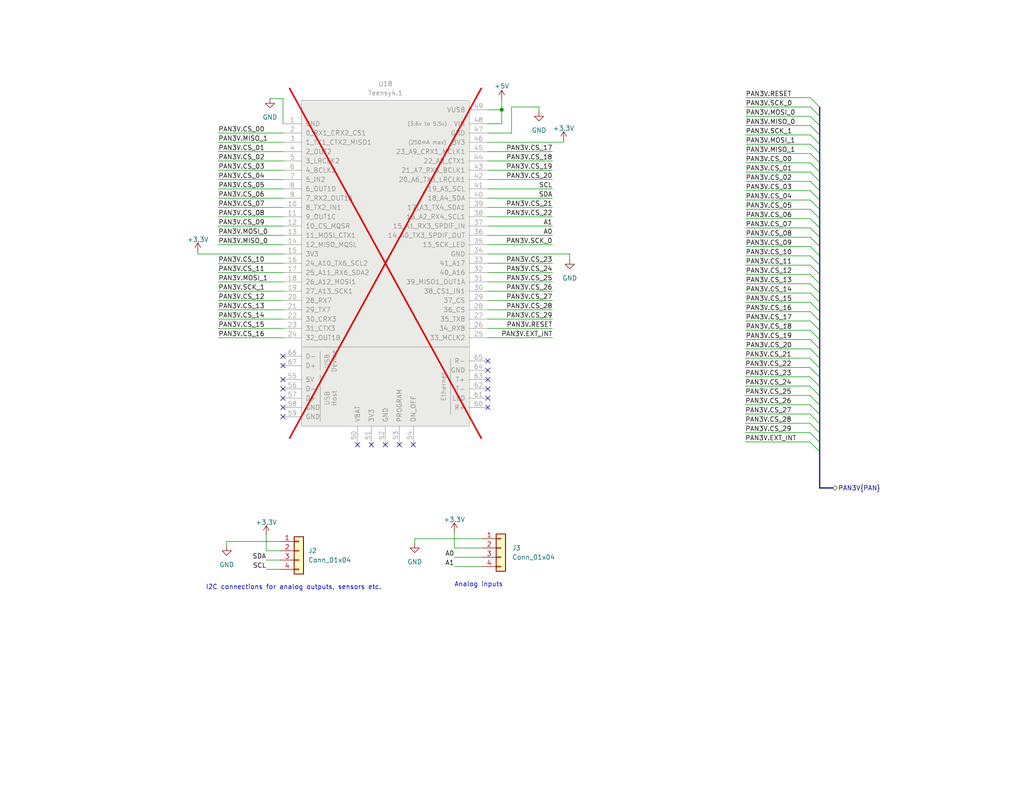
<source format=kicad_sch>
(kicad_sch (version 20231120) (generator "eeschema") (generator_version "8.0")
  (paper "USLetter")
  (title_block (title "12-12 Teensy G4.1 Arena Modular LED Display") (date "2024-10-08") (rev "v0.2") (company "IORodeo for Reiserlab @ Janelia"))
  (lib_symbols
    (symbol "Connector_Generic:Conn_01x04" (pin_names (offset 1.016) hide)
      (property "Reference" "J" (at 0 5.08 0))
      (property "Value" "Conn_01x04" (at 0 -7.62 0))
      (symbol "Conn_01x04_1_1"
        (rectangle (start -1.27 -4.953) (end 0 -5.207) (stroke (width 0.1524)))
        (rectangle (start -1.27 -2.413) (end 0 -2.667) (stroke (width 0.1524)))
        (rectangle (start -1.27 0.127) (end 0 -0.127) (stroke (width 0.1524)))
        (rectangle (start -1.27 2.667) (end 0 2.413) (stroke (width 0.1524)))
        (rectangle (start -1.27 3.81) (end 1.27 -6.35) (stroke (width 0.254)) (fill (type background)))
        (pin passive line (at -5.08 2.54 0) (length 3.81) (name "Pin_1") (number "1"))
        (pin passive line (at -5.08 0 0) (length 3.81) (name "Pin_2") (number "2"))
        (pin passive line (at -5.08 -2.54 0) (length 3.81) (name "Pin_3") (number "3"))
        (pin passive line (at -5.08 -5.08 0) (length 3.81) (name "Pin_4") (number "4"))
      )
    )
    (symbol "arena_custom:Teensy4.1" (pin_names (offset 1.016))
      (property "Reference" "U" (at 0 64.77 0))
      (property "Value" "Teensy4.1" (at 0 62.23 0))
      (symbol "Teensy4.1_0_0"
        (polyline (pts (xy -22.86 -6.35) (xy 22.86 -6.35)))
        (polyline (pts (xy -17.78 -26.67) (xy -17.78 -13.97)))
        (polyline (pts (xy -17.78 -7.62) (xy -17.78 -12.7)))
        (polyline (pts (xy 17.78 -9.525) (xy 17.78 -24.765)))
        (text "(250mA max)" (at 11.43 49.53 0) (effects (font (size 1.016 1.016))))
        (text "(3.6v to 5.5v)" (at 11.43 54.61 0) (effects (font (size 1.016 1.016))))
        (text "Device" (at -13.97 -10.16 900) (effects (font (size 1.27 1.27))))
        (text "Ethernet" (at 15.875 -17.145 900) (effects (font (size 1.27 1.27))))
        (text "Host" (at -13.97 -20.32 900) (effects (font (size 1.27 1.27))))
        (text "USB" (at -15.875 -20.32 900) (effects (font (size 1.27 1.27))))
        (text "USB" (at -15.875 -10.16 900) (effects (font (size 1.27 1.27))))
        (pin bidirectional line (at -27.94 31.75 0) (length 5.08) (name "8_TX2_IN1") (number "10"))
        (pin bidirectional line (at -27.94 29.21 0) (length 5.08) (name "9_OUT1C") (number "11"))
        (pin bidirectional line (at -27.94 26.67 0) (length 5.08) (name "10_CS_MQSR") (number "12"))
        (pin bidirectional line (at -27.94 24.13 0) (length 5.08) (name "11_MOSI_CTX1") (number "13"))
        (pin bidirectional line (at -27.94 21.59 0) (length 5.08) (name "12_MISO_MQSL") (number "14"))
        (pin power_in line (at -27.94 19.05 0) (length 5.08) (name "3V3") (number "15"))
        (pin bidirectional line (at -27.94 16.51 0) (length 5.08) (name "24_A10_TX6_SCL2") (number "16"))
        (pin bidirectional line (at -27.94 13.97 0) (length 5.08) (name "25_A11_RX6_SDA2") (number "17"))
        (pin bidirectional line (at -27.94 11.43 0) (length 5.08) (name "26_A12_MOSI1") (number "18"))
        (pin bidirectional line (at -27.94 8.89 0) (length 5.08) (name "27_A13_SCK1") (number "19"))
        (pin bidirectional line (at -27.94 6.35 0) (length 5.08) (name "28_RX7") (number "20"))
        (pin bidirectional line (at -27.94 3.81 0) (length 5.08) (name "29_TX7") (number "21"))
        (pin bidirectional line (at -27.94 1.27 0) (length 5.08) (name "30_CRX3") (number "22"))
        (pin bidirectional line (at -27.94 -1.27 0) (length 5.08) (name "31_CTX3") (number "23"))
        (pin bidirectional line (at -27.94 -3.81 0) (length 5.08) (name "32_OUT1B") (number "24"))
        (pin bidirectional line (at 27.94 -3.81 180) (length 5.08) (name "33_MCLK2") (number "25"))
        (pin bidirectional line (at 27.94 -1.27 180) (length 5.08) (name "34_RX8") (number "26"))
        (pin bidirectional line (at 27.94 1.27 180) (length 5.08) (name "35_TX8") (number "27"))
        (pin bidirectional line (at 27.94 3.81 180) (length 5.08) (name "36_CS") (number "28"))
        (pin bidirectional line (at 27.94 6.35 180) (length 5.08) (name "37_CS") (number "29"))
        (pin bidirectional line (at 27.94 8.89 180) (length 5.08) (name "38_CS1_IN1") (number "30"))
        (pin bidirectional line (at 27.94 11.43 180) (length 5.08) (name "39_MISO1_OUT1A") (number "31"))
        (pin bidirectional line (at 27.94 13.97 180) (length 5.08) (name "40_A16") (number "32"))
        (pin bidirectional line (at 27.94 16.51 180) (length 5.08) (name "41_A17") (number "33"))
        (pin bidirectional line (at 27.94 21.59 180) (length 5.08) (name "13_SCK_LED") (number "35"))
        (pin bidirectional line (at 27.94 24.13 180) (length 5.08) (name "14_A0_TX3_SPDIF_OUT") (number "36"))
        (pin bidirectional line (at 27.94 26.67 180) (length 5.08) (name "15_A1_RX3_SPDIF_IN") (number "37"))
        (pin bidirectional line (at 27.94 29.21 180) (length 5.08) (name "16_A2_RX4_SCL1") (number "38"))
        (pin bidirectional line (at 27.94 31.75 180) (length 5.08) (name "17_A3_TX4_SDA1") (number "39"))
        (pin bidirectional line (at 27.94 34.29 180) (length 5.08) (name "18_A4_SDA") (number "40"))
        (pin bidirectional line (at 27.94 36.83 180) (length 5.08) (name "19_A5_SCL") (number "41"))
        (pin bidirectional line (at 27.94 39.37 180) (length 5.08) (name "20_A6_TX5_LRCLK1") (number "42"))
        (pin bidirectional line (at 27.94 41.91 180) (length 5.08) (name "21_A7_RX5_BCLK1") (number "43"))
        (pin bidirectional line (at 27.94 44.45 180) (length 5.08) (name "22_A8_CTX1") (number "44"))
        (pin bidirectional line (at 27.94 46.99 180) (length 5.08) (name "23_A9_CRX1_MCLK1") (number "45"))
        (pin power_in line (at 27.94 54.61 180) (length 5.08) (name "VIN") (number "48"))
        (pin power_out line (at 27.94 58.42 180) (length 5.08) (name "VUSB") (number "49"))
        (pin bidirectional line (at -27.94 44.45 0) (length 5.08) (name "3_LRCLK2") (number "5"))
        (pin power_in line (at -7.62 -33.02 90) (length 5.08) (name "VBAT") (number "50"))
        (pin power_in line (at -3.81 -33.02 90) (length 5.08) (name "3V3") (number "51"))
        (pin input line (at 3.81 -33.02 90) (length 5.08) (name "PROGRAM") (number "53"))
        (pin input line (at 7.62 -33.02 90) (length 5.08) (name "ON_OFF") (number "54"))
        (pin power_out line (at -27.94 -15.24 0) (length 5.08) (name "5V") (number "55"))
        (pin bidirectional line (at -27.94 -17.78 0) (length 5.08) (name "D-") (number "56"))
        (pin bidirectional line (at -27.94 -20.32 0) (length 5.08) (name "D+") (number "57"))
        (pin power_in line (at -27.94 -22.86 0) (length 5.08) (name "GND") (number "58"))
        (pin power_in line (at -27.94 -25.4 0) (length 5.08) (name "GND") (number "59"))
        (pin bidirectional line (at -27.94 41.91 0) (length 5.08) (name "4_BCLK2") (number "6"))
        (pin bidirectional line (at 27.94 -22.86 180) (length 5.08) (name "R+") (number "60"))
        (pin bidirectional line (at 27.94 -20.32 180) (length 5.08) (name "LED") (number "61"))
        (pin bidirectional line (at 27.94 -17.78 180) (length 5.08) (name "T-") (number "62"))
        (pin bidirectional line (at 27.94 -15.24 180) (length 5.08) (name "T+") (number "63"))
        (pin power_in line (at 27.94 -12.7 180) (length 5.08) (name "GND") (number "64"))
        (pin bidirectional line (at 27.94 -10.16 180) (length 5.08) (name "R-") (number "65"))
        (pin bidirectional line (at -27.94 -8.89 0) (length 5.08) (name "D-") (number "66"))
        (pin bidirectional line (at -27.94 -11.43 0) (length 5.08) (name "D+") (number "67"))
        (pin bidirectional line (at -27.94 39.37 0) (length 5.08) (name "5_IN2") (number "7"))
        (pin bidirectional line (at -27.94 36.83 0) (length 5.08) (name "6_OUT1D") (number "8"))
        (pin bidirectional line (at -27.94 34.29 0) (length 5.08) (name "7_RX2_OUT1A") (number "9"))
      )
      (symbol "Teensy4.1_0_1"
        (rectangle (start -20.32 -1.27) (end -20.32 -1.27))
      )
      (symbol "Teensy4.1_1_0"
        (pin power_out line (at 27.94 49.53 180) (length 5.08) (name "3V3") (number "46"))
        (pin power_in line (at 27.94 52.07 180) (length 5.08) (name "GND") (number "47"))
        (pin power_in line (at 0 -33.02 90) (length 5.08) (name "GND") (number "52"))
      )
      (symbol "Teensy4.1_1_1"
        (rectangle (start -22.86 60.96) (end 22.86 -27.94) (fill (type background)))
        (pin power_in line (at -27.94 54.61 0) (length 5.08) (name "GND") (number "1"))
        (pin bidirectional line (at -27.94 52.07 0) (length 5.08) (name "0_RX1_CRX2_CS1") (number "2"))
        (pin bidirectional line (at -27.94 49.53 0) (length 5.08) (name "1_TX1_CTX2_MISO1") (number "3"))
        (pin power_in line (at 27.94 19.05 180) (length 5.08) (name "GND") (number "34"))
        (pin bidirectional line (at -27.94 46.99 0) (length 5.08) (name "2_OUT2") (number "4"))
      )
    )
    (symbol "power:+3.3V" (power) (pin_names (offset 0))
      (property "Value" "+3.3V" (at 0 3.556 0))
      (symbol "+3.3V_0_1"
        (polyline (pts (xy -0.762 1.27) (xy 0 2.54)))
        (polyline (pts (xy 0 0) (xy 0 2.54)))
        (polyline (pts (xy 0 2.54) (xy 0.762 1.27)))
      )
      (symbol "+3.3V_1_1"
        (pin power_in line (at 0 0 90) (length 0) hide (name "+3.3V") (number "1"))
      )
    )
    (symbol "power:+5V" (power) (pin_names (offset 0))
      (property "Value" "+5V" (at 0 3.556 0))
      (symbol "+5V_0_1"
        (polyline (pts (xy -0.762 1.27) (xy 0 2.54)))
        (polyline (pts (xy 0 0) (xy 0 2.54)))
        (polyline (pts (xy 0 2.54) (xy 0.762 1.27)))
      )
      (symbol "+5V_1_1"
        (pin power_in line (at 0 0 90) (length 0) hide (name "+5V") (number "1"))
      )
    )
    (symbol "power:GND" (power) (pin_names (offset 0))
      (property "Value" "GND" (at 0 -3.81 0))
      (symbol "GND_0_1"
        (polyline (pts (xy 0 0) (xy 0 -1.27) (xy 1.27 -1.27) (xy 0 -2.54) (xy -1.27 -1.27) (xy 0 -1.27)))
      )
      (symbol "GND_1_1"
        (pin power_in line (at 0 0 270) (length 0) hide (name "GND") (number "1"))
      )
    )
  )
  (junction (at 136.906 29.972))
  (no_connect (at 133.096 108.712))
  (no_connect (at 112.776 121.412))
  (no_connect (at 77.216 97.282))
  (no_connect (at 77.216 99.822))
  (no_connect (at 133.096 106.172))
  (no_connect (at 77.216 108.712))
  (no_connect (at 77.216 111.252))
  (no_connect (at 108.966 121.412))
  (no_connect (at 133.096 101.092))
  (no_connect (at 133.096 111.252))
  (no_connect (at 101.346 121.412))
  (no_connect (at 77.216 106.172))
  (no_connect (at 105.156 121.412))
  (no_connect (at 97.536 121.412))
  (no_connect (at 133.096 98.552))
  (no_connect (at 77.216 103.632))
  (no_connect (at 133.096 103.632))
  (no_connect (at 77.216 113.792))
  (bus_entry (at 223.647 54.61) (size -2.54 -2.54))
  (bus_entry (at 223.647 44.45) (size -2.54 -2.54))
  (bus_entry (at 220.98 113.03) (size 2.54 2.54))
  (bus_entry (at 223.647 64.77) (size -2.54 -2.54))
  (bus_entry (at 220.98 118.11) (size 2.54 2.54))
  (bus_entry (at 223.647 59.69) (size -2.54 -2.54))
  (bus_entry (at 223.647 80.01) (size -2.54 -2.54))
  (bus_entry (at 223.647 31.75) (size -2.54 -2.54))
  (bus_entry (at 220.98 105.41) (size 2.54 2.54))
  (bus_entry (at 220.98 100.33) (size 2.54 2.54))
  (bus_entry (at 221.107 82.55) (size 2.54 2.54))
  (bus_entry (at 223.647 29.21) (size -2.54 -2.54))
  (bus_entry (at 220.98 97.79) (size 2.54 2.54))
  (bus_entry (at 223.647 52.07) (size -2.54 -2.54))
  (bus_entry (at 223.647 62.23) (size -2.54 -2.54))
  (bus_entry (at 223.647 82.55) (size -2.54 -2.54))
  (bus_entry (at 220.98 120.65) (size 2.54 2.54))
  (bus_entry (at 223.647 72.39) (size -2.54 -2.54))
  (bus_entry (at 223.647 77.47) (size -2.54 -2.54))
  (bus_entry (at 223.647 34.29) (size -2.54 -2.54))
  (bus_entry (at 223.647 41.91) (size -2.54 -2.54))
  (bus_entry (at 223.647 49.53) (size -2.54 -2.54))
  (bus_entry (at 221.107 92.71) (size 2.54 2.54))
  (bus_entry (at 223.647 67.31) (size -2.54 -2.54))
  (bus_entry (at 221.107 87.63) (size 2.54 2.54))
  (bus_entry (at 223.647 74.93) (size -2.54 -2.54))
  (bus_entry (at 220.98 110.49) (size 2.54 2.54))
  (bus_entry (at 220.98 115.57) (size 2.54 2.54))
  (bus_entry (at 223.647 39.37) (size -2.54 -2.54))
  (bus_entry (at 221.107 85.09) (size 2.54 2.54))
  (bus_entry (at 221.107 90.17) (size 2.54 2.54))
  (bus_entry (at 220.98 102.87) (size 2.54 2.54))
  (bus_entry (at 220.98 107.95) (size 2.54 2.54))
  (bus_entry (at 223.647 69.85) (size -2.54 -2.54))
  (bus_entry (at 223.647 57.15) (size -2.54 -2.54))
  (bus_entry (at 221.107 95.25) (size 2.54 2.54))
  (bus_entry (at 223.647 46.99) (size -2.54 -2.54))
  (bus_entry (at 223.647 36.83) (size -2.54 -2.54))
  (wire (pts (xy 53.975 69.342) (xy 53.975 68.834)))
  (wire (pts (xy 123.952 149.606) (xy 131.572 149.606)))
  (wire (pts (xy 59.563 46.482) (xy 77.216 46.482)))
  (bus (pts (xy 223.647 87.63) (xy 223.647 90.17)))
  (wire (pts (xy 139.573 29.21) (xy 147.066 29.21)))
  (wire (pts (xy 72.644 152.908) (xy 76.454 152.908)))
  (wire (pts (xy 150.749 51.562) (xy 133.096 51.562)))
  (wire (pts (xy 220.98 110.49) (xy 203.327 110.49)))
  (wire (pts (xy 59.563 66.802) (xy 77.216 66.802)))
  (wire (pts (xy 139.573 36.322) (xy 139.573 29.21)))
  (bus (pts (xy 223.647 49.53) (xy 223.647 52.07)))
  (wire (pts (xy 133.096 76.962) (xy 150.749 76.962)))
  (wire (pts (xy 221.107 62.23) (xy 203.454 62.23)))
  (wire (pts (xy 133.096 56.642) (xy 150.749 56.642)))
  (wire (pts (xy 113.157 147.066) (xy 113.157 148.336)))
  (wire (pts (xy 59.563 76.962) (xy 77.216 76.962)))
  (wire (pts (xy 59.563 92.202) (xy 77.216 92.202)))
  (wire (pts (xy 221.107 44.45) (xy 203.454 44.45)))
  (bus (pts (xy 223.647 69.85) (xy 223.647 72.39)))
  (bus (pts (xy 223.647 36.83) (xy 223.647 39.37)))
  (wire (pts (xy 61.849 147.828) (xy 76.454 147.828)))
  (wire (pts (xy 59.563 38.862) (xy 77.216 38.862)))
  (wire (pts (xy 133.096 29.972) (xy 136.906 29.972)))
  (wire (pts (xy 59.563 74.422) (xy 77.216 74.422)))
  (wire (pts (xy 133.096 49.022) (xy 150.749 49.022)))
  (wire (pts (xy 221.107 52.07) (xy 203.454 52.07)))
  (bus (pts (xy 223.647 64.77) (xy 223.647 67.31)))
  (wire (pts (xy 133.096 38.862) (xy 153.797 38.862)))
  (wire (pts (xy 72.644 146.05) (xy 72.644 150.368)))
  (wire (pts (xy 73.66 26.924) (xy 77.216 26.924)))
  (bus (pts (xy 223.647 72.39) (xy 223.647 74.93)))
  (wire (pts (xy 72.644 150.368) (xy 76.454 150.368)))
  (bus (pts (xy 223.647 97.79) (xy 223.647 133.223)))
  (wire (pts (xy 59.563 84.582) (xy 77.216 84.582)))
  (wire (pts (xy 221.107 64.77) (xy 203.454 64.77)))
  (wire (pts (xy 221.107 41.91) (xy 203.454 41.91)))
  (bus (pts (xy 223.647 54.61) (xy 223.647 57.15)))
  (wire (pts (xy 77.216 69.342) (xy 53.975 69.342)))
  (wire (pts (xy 72.644 155.448) (xy 76.454 155.448)))
  (wire (pts (xy 221.107 74.93) (xy 203.454 74.93)))
  (wire (pts (xy 221.107 57.15) (xy 203.454 57.15)))
  (bus (pts (xy 223.647 82.55) (xy 223.647 85.09)))
  (bus (pts (xy 223.647 29.21) (xy 223.647 31.75)))
  (bus (pts (xy 223.647 85.09) (xy 223.647 87.63)))
  (wire (pts (xy 77.216 26.924) (xy 77.216 33.782)))
  (bus (pts (xy 223.647 74.93) (xy 223.647 77.47)))
  (wire (pts (xy 221.107 69.85) (xy 203.454 69.85)))
  (wire (pts (xy 59.563 82.042) (xy 77.216 82.042)))
  (bus (pts (xy 223.647 95.25) (xy 223.647 97.79)))
  (wire (pts (xy 133.096 66.802) (xy 150.749 66.802)))
  (wire (pts (xy 133.096 46.482) (xy 150.749 46.482)))
  (wire (pts (xy 203.327 120.65) (xy 220.98 120.65)))
  (wire (pts (xy 203.327 118.11) (xy 220.98 118.11)))
  (bus (pts (xy 223.647 62.23) (xy 223.647 64.77)))
  (wire (pts (xy 203.327 113.03) (xy 220.98 113.03)))
  (wire (pts (xy 59.563 49.022) (xy 77.216 49.022)))
  (wire (pts (xy 59.563 56.642) (xy 77.216 56.642)))
  (wire (pts (xy 150.749 82.042) (xy 133.096 82.042)))
  (wire (pts (xy 123.952 145.288) (xy 123.952 149.606)))
  (wire (pts (xy 203.454 85.09) (xy 221.107 85.09)))
  (wire (pts (xy 59.563 87.122) (xy 77.216 87.122)))
  (wire (pts (xy 203.327 105.41) (xy 220.98 105.41)))
  (bus (pts (xy 223.647 41.91) (xy 223.647 44.45)))
  (wire (pts (xy 221.107 29.21) (xy 203.454 29.21)))
  (wire (pts (xy 59.563 79.502) (xy 77.216 79.502)))
  (wire (pts (xy 133.096 79.502) (xy 150.749 79.502)))
  (wire (pts (xy 59.563 41.402) (xy 77.216 41.402)))
  (wire (pts (xy 203.454 92.71) (xy 221.107 92.71)))
  (bus (pts (xy 223.647 80.01) (xy 223.647 82.55)))
  (wire (pts (xy 220.98 100.33) (xy 203.327 100.33)))
  (bus (pts (xy 223.647 44.45) (xy 223.647 46.99)))
  (wire (pts (xy 59.563 36.322) (xy 77.216 36.322)))
  (wire (pts (xy 221.107 67.31) (xy 203.454 67.31)))
  (wire (pts (xy 133.096 33.782) (xy 136.906 33.782)))
  (bus (pts (xy 223.647 31.75) (xy 223.647 34.29)))
  (wire (pts (xy 59.563 43.942) (xy 77.216 43.942)))
  (wire (pts (xy 59.563 89.662) (xy 77.216 89.662)))
  (bus (pts (xy 223.647 34.29) (xy 223.647 36.83)))
  (bus (pts (xy 223.647 59.69) (xy 223.647 62.23)))
  (wire (pts (xy 221.107 34.29) (xy 203.454 34.29)))
  (wire (pts (xy 123.952 154.686) (xy 131.572 154.686)))
  (wire (pts (xy 133.096 36.322) (xy 139.573 36.322)))
  (wire (pts (xy 59.563 71.882) (xy 77.216 71.882)))
  (bus (pts (xy 223.647 133.223) (xy 227.203 133.223)))
  (bus (pts (xy 223.647 67.31) (xy 223.647 69.85)))
  (wire (pts (xy 61.849 147.828) (xy 61.849 149.098)))
  (wire (pts (xy 203.327 97.79) (xy 220.98 97.79)))
  (wire (pts (xy 153.797 38.862) (xy 153.797 38.481)))
  (wire (pts (xy 59.563 54.102) (xy 77.216 54.102)))
  (wire (pts (xy 147.066 29.21) (xy 147.066 30.48)))
  (wire (pts (xy 203.454 90.17) (xy 221.107 90.17)))
  (wire (pts (xy 133.096 43.942) (xy 150.749 43.942)))
  (wire (pts (xy 133.096 64.262) (xy 150.749 64.262)))
  (wire (pts (xy 221.107 72.39) (xy 203.454 72.39)))
  (bus (pts (xy 223.647 46.99) (xy 223.647 49.53)))
  (wire (pts (xy 133.096 74.422) (xy 150.749 74.422)))
  (wire (pts (xy 203.327 107.95) (xy 220.98 107.95)))
  (wire (pts (xy 133.096 87.122) (xy 150.749 87.122)))
  (wire (pts (xy 136.906 27.178) (xy 136.906 29.972)))
  (wire (pts (xy 203.454 59.69) (xy 221.107 59.69)))
  (wire (pts (xy 221.107 26.67) (xy 203.454 26.67)))
  (wire (pts (xy 203.454 95.25) (xy 221.107 95.25)))
  (wire (pts (xy 133.096 84.582) (xy 150.749 84.582)))
  (wire (pts (xy 203.327 115.57) (xy 220.98 115.57)))
  (wire (pts (xy 221.107 82.55) (xy 203.454 82.55)))
  (bus (pts (xy 223.647 77.47) (xy 223.647 80.01)))
  (wire (pts (xy 150.749 71.882) (xy 133.096 71.882)))
  (wire (pts (xy 221.107 80.01) (xy 203.454 80.01)))
  (wire (pts (xy 221.107 77.47) (xy 203.454 77.47)))
  (wire (pts (xy 133.096 89.662) (xy 150.749 89.662)))
  (wire (pts (xy 221.107 31.75) (xy 203.454 31.75)))
  (bus (pts (xy 223.647 90.17) (xy 223.647 92.71)))
  (bus (pts (xy 223.647 39.37) (xy 223.647 41.91)))
  (bus (pts (xy 223.647 92.71) (xy 223.647 95.25)))
  (wire (pts (xy 203.454 87.63) (xy 221.107 87.63)))
  (wire (pts (xy 59.563 61.722) (xy 77.216 61.722)))
  (wire (pts (xy 133.096 54.102) (xy 150.749 54.102)))
  (wire (pts (xy 113.157 147.066) (xy 131.572 147.066)))
  (bus (pts (xy 223.647 52.07) (xy 223.647 54.61)))
  (wire (pts (xy 221.107 36.83) (xy 203.454 36.83)))
  (wire (pts (xy 133.096 59.182) (xy 150.749 59.182)))
  (wire (pts (xy 221.107 46.99) (xy 203.454 46.99)))
  (wire (pts (xy 150.749 41.402) (xy 133.096 41.402)))
  (wire (pts (xy 203.327 102.87) (xy 220.98 102.87)))
  (wire (pts (xy 221.107 39.37) (xy 203.454 39.37)))
  (wire (pts (xy 133.096 69.342) (xy 155.448 69.342)))
  (wire (pts (xy 221.107 49.53) (xy 203.454 49.53)))
  (wire (pts (xy 133.096 61.722) (xy 150.749 61.722)))
  (wire (pts (xy 155.448 69.342) (xy 155.448 70.866)))
  (wire (pts (xy 123.952 152.146) (xy 131.572 152.146)))
  (wire (pts (xy 59.563 59.182) (xy 77.216 59.182)))
  (wire (pts (xy 59.563 51.562) (xy 77.216 51.562)))
  (wire (pts (xy 221.107 54.61) (xy 203.454 54.61)))
  (wire (pts (xy 59.563 64.262) (xy 77.216 64.262)))
  (wire (pts (xy 133.096 92.202) (xy 150.749 92.202)))
  (wire (pts (xy 136.906 29.972) (xy 136.906 33.782)))
  (bus (pts (xy 223.647 57.15) (xy 223.647 59.69)))
  (text "Analog inputs" (at 123.952 160.401 0) (effects (font (size 1.27 1.27)) (justify left bottom)))
  (text "I2C connections for analog outputs, sensors etc. " (at 56.134 161.163 0) (effects (font (size 1.27 1.27)) (justify left bottom)))
  (label "PAN3V.MOSI_1" (at 59.563 76.962 0))
  (label "SDA" (at 72.644 152.908 180))
  (label "PAN3V.SCK_0" (at 150.749 66.802 180))
  (label "PAN3V.CS_17" (at 150.749 41.402 180))
  (label "PAN3V.CS_06" (at 203.454 59.69 0))
  (label "PAN3V.CS_28" (at 150.749 84.582 180))
  (label "PAN3V.CS_18" (at 150.749 43.942 180))
  (label "PAN3V.CS_02" (at 59.563 43.942 0))
  (label "A1" (at 123.952 154.686 180))
  (label "PAN3V.CS_10" (at 59.563 71.882 0))
  (label "PAN3V.MISO_0" (at 203.454 34.29 0))
  (label "PAN3V.CS_23" (at 203.327 102.87 0))
  (label "PAN3V.CS_05" (at 59.563 51.562 0))
  (label "PAN3V.CS_06" (at 59.563 54.102 0))
  (label "PAN3V.MOSI_1" (at 203.454 39.37 0))
  (label "PAN3V.CS_04" (at 203.454 54.61 0))
  (label "PAN3V.CS_03" (at 203.454 52.07 0))
  (label "PAN3V.CS_29" (at 150.749 87.122 180))
  (label "PAN3V.CS_07" (at 59.563 56.642 0))
  (label "PAN3V.SCK_1" (at 203.454 36.83 0))
  (label "PAN3V.CS_02" (at 203.454 49.53 0))
  (label "PAN3V.CS_24" (at 203.327 105.41 0))
  (label "PAN3V.MOSI_0" (at 59.563 64.262 0))
  (label "PAN3V.CS_12" (at 203.454 74.93 0))
  (label "PAN3V.CS_14" (at 203.454 80.01 0))
  (label "PAN3V.CS_00" (at 203.454 44.45 0))
  (label "PAN3V.CS_08" (at 59.563 59.182 0))
  (label "PAN3V.CS_16" (at 59.563 92.202 0))
  (label "PAN3V.CS_00" (at 59.563 36.322 0))
  (label "SDA" (at 150.749 54.102 180))
  (label "PAN3V.CS_11" (at 203.454 72.39 0))
  (label "PAN3V.CS_27" (at 203.327 113.03 0))
  (label "PAN3V.CS_22" (at 150.749 59.182 180))
  (label "PAN3V.CS_01" (at 59.563 41.402 0))
  (label "PAN3V.CS_03" (at 59.563 46.482 0))
  (label "PAN3V.CS_21" (at 203.327 97.79 0))
  (label "PAN3V.CS_19" (at 150.749 46.482 180))
  (label "PAN3V.CS_16" (at 203.454 85.09 0))
  (label "PAN3V.CS_12" (at 59.563 82.042 0))
  (label "PAN3V.CS_05" (at 203.454 57.15 0))
  (label "PAN3V.CS_27" (at 150.749 82.042 180))
  (label "PAN3V.EXT_INT" (at 203.327 120.65 0))
  (label "PAN3V.CS_26" (at 203.327 110.49 0))
  (label "PAN3V.SCK_1" (at 59.563 79.502 0))
  (label "PAN3V.CS_20" (at 150.749 49.022 180))
  (label "PAN3V.CS_24" (at 150.749 74.422 180))
  (label "PAN3V.CS_14" (at 59.563 87.122 0))
  (label "PAN3V.CS_13" (at 203.454 77.47 0))
  (label "PAN3V.CS_25" (at 150.749 76.962 180))
  (label "PAN3V.CS_28" (at 203.327 115.57 0))
  (label "PAN3V.CS_25" (at 203.327 107.95 0))
  (label "PAN3V.CS_10" (at 203.454 69.85 0))
  (label "PAN3V.CS_08" (at 203.454 64.77 0))
  (label "PAN3V.CS_29" (at 203.327 118.11 0))
  (label "SCL" (at 72.644 155.448 180))
  (label "PAN3V.CS_20" (at 203.454 95.25 0))
  (label "PAN3V.RESET" (at 150.749 89.662 180))
  (label "PAN3V.CS_09" (at 203.454 67.31 0))
  (label "PAN3V.CS_17" (at 203.454 87.63 0))
  (label "PAN3V.CS_04" (at 59.563 49.022 0))
  (label "PAN3V.CS_15" (at 59.563 89.662 0))
  (label "PAN3V.MISO_1" (at 203.454 41.91 0))
  (label "A0" (at 123.952 152.146 180))
  (label "PAN3V.CS_11" (at 59.563 74.422 0))
  (label "PAN3V.CS_21" (at 150.749 56.642 180))
  (label "PAN3V.CS_07" (at 203.454 62.23 0))
  (label "PAN3V.CS_26" (at 150.749 79.502 180))
  (label "A0" (at 150.749 64.262 180))
  (label "PAN3V.CS_18" (at 203.454 90.17 0))
  (label "PAN3V.CS_13" (at 59.563 84.582 0))
  (label "PAN3V.CS_01" (at 203.454 46.99 0))
  (label "A1" (at 150.749 61.722 180))
  (label "PAN3V.CS_23" (at 150.749 71.882 180))
  (label "PAN3V.MISO_0" (at 59.563 66.802 0))
  (label "PAN3V.CS_19" (at 203.454 92.71 0))
  (label "PAN3V.CS_22" (at 203.327 100.33 0))
  (label "PAN3V.EXT_INT" (at 150.749 92.202 180))
  (label "PAN3V.CS_15" (at 203.454 82.55 0))
  (label "PAN3V.MOSI_0" (at 203.454 31.75 0))
  (label "PAN3V.RESET" (at 203.454 26.67 0))
  (label "SCL" (at 150.749 51.562 180))
  (label "PAN3V.MISO_1" (at 59.563 38.862 0))
  (label "PAN3V.SCK_0" (at 203.454 29.21 0))
  (label "PAN3V.CS_09" (at 59.563 61.722 0))
  (hierarchical_label "PAN3V{PAN}" (shape bidirectional) (at 227.203 133.223 0))
  (symbol (lib_id "power:GND") (at 61.849 149.098 0) (mirror y) (unit 1)
    (property "Reference" "#PWR01" (effects (hide yes)))
    (property "Value" "GND" (at 61.849 154.178 0))
  )
  (symbol (lib_id "Connector_Generic:Conn_01x04") (at 136.652 149.606 0) (unit 1)
    (property "Reference" "J3" (at 139.7 149.606 0) (effects (justify left)))
    (property "Value" "Conn_01x04" (at 139.7 152.146 0) (effects (justify left)))
    (property "Footprint" "arena_custom:JST_SH_SM04B-SRSS-TB_1x04-1MP_P1.00mm_Horizontal" (effects (hide yes)))
    (property "Datasheet" "https://www.lcsc.com/datasheet/lcsc_datasheet_2304140030_BOOMELE-Boom-Precision-Elec-1-0T-4P_C145956.pdf" (effects (hide yes)))
    (property "LCSC PN" "C145956" (effects (hide yes)))
    (property "MPN" "1.0T-4P" (effects (hide yes)))
  )
  (symbol (lib_id "power:+3.3V") (at 72.644 146.05 0) (unit 1)
    (property "Reference" "#PWR019" (effects (hide yes)))
    (property "Value" "+3.3V" (at 72.644 142.621 0))
  )
  (symbol (lib_id "power:+5V") (at 136.906 27.178 0) (unit 1)
    (property "Reference" "#PWR074" (effects (hide yes)))
    (property "Value" "+5V" (at 136.906 23.495 0))
  )
  (symbol (lib_id "arena_custom:Teensy4.1") (at 105.156 88.392 0) (unit 1) (dnp yes)
    (property "Reference" "U18" (at 105.156 22.86 0))
    (property "Value" "Teensy4.1" (at 105.156 25.4 0))
    (property "Footprint" "teensy:Teensy41" (effects (hide yes)))
  )
  (symbol (lib_id "power:+3.3V") (at 123.952 145.288 0) (unit 1)
    (property "Reference" "#PWR020" (effects (hide yes)))
    (property "Value" "+3.3V" (at 123.952 141.859 0))
  )
  (symbol (lib_id "power:GND") (at 155.448 70.866 0) (mirror y) (unit 1)
    (property "Reference" "#PWR016" (effects (hide yes)))
    (property "Value" "GND" (at 155.448 75.946 0))
  )
  (symbol (lib_id "Connector_Generic:Conn_01x04") (at 81.534 150.368 0) (unit 1)
    (property "Reference" "J2" (at 84.074 150.368 0) (effects (justify left)))
    (property "Value" "Conn_01x04" (at 84.074 152.908 0) (effects (justify left)))
    (property "Footprint" "arena_custom:JST_SH_SM04B-SRSS-TB_1x04-1MP_P1.00mm_Horizontal" (effects (hide yes)))
    (property "Datasheet" "https://www.lcsc.com/datasheet/lcsc_datasheet_2304140030_BOOMELE-Boom-Precision-Elec-1-0T-4P_C145956.pdf" (effects (hide yes)))
    (property "LCSC PN" "C145956" (effects (hide yes)))
    (property "MPN" "1.0T-4P" (effects (hide yes)))
  )
  (symbol (lib_id "power:+3.3V") (at 153.797 38.481 0) (unit 1)
    (property "Reference" "#PWR075" (effects (hide yes)))
    (property "Value" "+3.3V" (at 153.797 35.052 0))
  )
  (symbol (lib_id "power:GND") (at 73.66 26.924 0) (unit 1)
    (property "Reference" "#PWR05" (effects (hide yes)))
    (property "Value" "GND" (at 73.66 32.004 0))
  )
  (symbol (lib_id "power:+3.3V") (at 53.975 68.834 0) (unit 1)
    (property "Reference" "#PWR073" (effects (hide yes)))
    (property "Value" "+3.3V" (at 53.975 65.405 0))
  )
  (symbol (lib_id "power:GND") (at 113.157 148.336 0) (mirror y) (unit 1)
    (property "Reference" "#PWR07" (effects (hide yes)))
    (property "Value" "GND" (at 113.157 153.416 0))
  )
  (symbol (lib_id "power:GND") (at 147.066 30.48 0) (mirror y) (unit 1)
    (property "Reference" "#PWR06" (effects (hide yes)))
    (property "Value" "GND" (at 147.066 35.56 0))
  )
)
</source>
